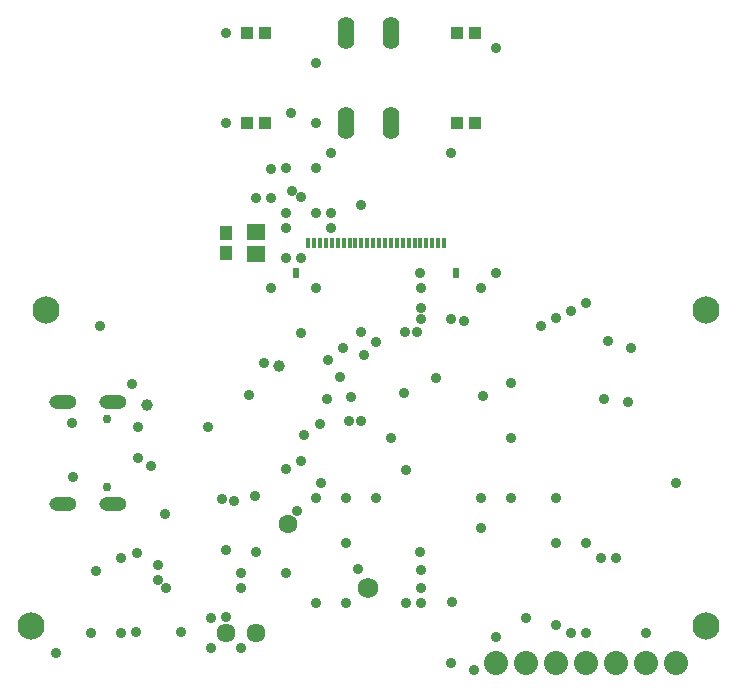
<source format=gbr>
G04*
G04 #@! TF.GenerationSoftware,Altium Limited,Altium Designer,26.1.1 (7)*
G04*
G04 Layer_Color=16711935*
%FSLAX44Y44*%
%MOMM*%
G71*
G04*
G04 #@! TF.SameCoordinates,FB23F88C-E865-406B-BE6F-A8DC1CEE19A6*
G04*
G04*
G04 #@! TF.FilePolarity,Negative*
G04*
G01*
G75*
%ADD43R,1.6017X1.3416*%
%ADD46R,1.1016X1.2017*%
G04:AMPARAMS|DCode=52|XSize=1.6017mm|YSize=1.6017mm|CornerRadius=0.8009mm|HoleSize=0mm|Usage=FLASHONLY|Rotation=0.000|XOffset=0mm|YOffset=0mm|HoleType=Round|Shape=RoundedRectangle|*
%AMROUNDEDRECTD52*
21,1,1.6017,0.0000,0,0,0.0*
21,1,0.0000,1.6017,0,0,0.0*
1,1,1.6017,0.0000,0.0000*
1,1,1.6017,0.0000,0.0000*
1,1,1.6017,0.0000,0.0000*
1,1,1.6017,0.0000,0.0000*
%
%ADD52ROUNDEDRECTD52*%
%ADD65C,1.7267*%
%ADD66C,2.0320*%
%ADD67O,1.4224X2.7432*%
%ADD68C,0.7516*%
%ADD69C,2.3015*%
%ADD70C,1.6096*%
%ADD71O,2.3175X1.2095*%
%ADD72C,0.9017*%
%ADD73C,0.9906*%
%ADD90R,0.4016X0.9017*%
%ADD91R,0.5017X0.9017*%
%ADD92R,1.0516X1.0516*%
D43*
X216351Y377800D02*
D03*
Y358800D02*
D03*
D46*
X190951Y359801D02*
D03*
Y376799D02*
D03*
D52*
X243021Y130302D02*
D03*
D65*
X310852Y76200D02*
D03*
D66*
X495751Y12700D02*
D03*
X571951D02*
D03*
X521151D02*
D03*
X546551D02*
D03*
X470351D02*
D03*
X444951D02*
D03*
X419551D02*
D03*
D67*
X292551Y469900D02*
D03*
Y546100D02*
D03*
X330651Y469900D02*
D03*
Y546100D02*
D03*
D68*
X89920Y219400D02*
D03*
Y161600D02*
D03*
D69*
X38551Y311150D02*
D03*
X25851Y43815D02*
D03*
X597351Y311150D02*
D03*
Y43815D02*
D03*
D70*
X215952Y38100D02*
D03*
X190951D02*
D03*
D71*
X94922Y233700D02*
D03*
Y147300D02*
D03*
X53121D02*
D03*
Y233700D02*
D03*
D72*
X80532Y90477D02*
D03*
X546551Y38100D02*
D03*
X279851Y393700D02*
D03*
X571951Y165100D02*
D03*
X470351Y152400D02*
D03*
X432251D02*
D03*
X406851D02*
D03*
X355670Y303784D02*
D03*
X391911Y302560D02*
D03*
X354870Y342900D02*
D03*
X514166Y285029D02*
D03*
X175711Y212725D02*
D03*
X277311Y269240D02*
D03*
X241751Y176530D02*
D03*
X197936Y149860D02*
D03*
X305251Y400241D02*
D03*
X229051Y406400D02*
D03*
X76651Y38100D02*
D03*
X133166Y95885D02*
D03*
X251276Y141605D02*
D03*
X256991Y205740D02*
D03*
X138881Y138430D02*
D03*
X60141Y215900D02*
D03*
X61411Y170180D02*
D03*
X270326Y215265D02*
D03*
X290011Y279400D02*
D03*
X317951Y284480D02*
D03*
X254451Y183515D02*
D03*
X187141Y151130D02*
D03*
X276676Y236220D02*
D03*
X270961Y165100D02*
D03*
X343351Y176339D02*
D03*
X432251Y203200D02*
D03*
X292551Y152400D02*
D03*
Y114300D02*
D03*
X267235Y152484D02*
D03*
X229051Y330200D02*
D03*
X216351Y406400D02*
D03*
X241751Y381000D02*
D03*
Y355600D02*
D03*
X279851Y444500D02*
D03*
X245952Y478399D02*
D03*
X302236Y91915D02*
D03*
X203651Y88900D02*
D03*
X216351Y106952D02*
D03*
X343351Y63500D02*
D03*
X203651Y75819D02*
D03*
X152851Y38679D02*
D03*
X178251Y50800D02*
D03*
X102051Y101600D02*
D03*
X381827Y63876D02*
D03*
X419551Y34862D02*
D03*
X381451Y12700D02*
D03*
X126915Y179169D02*
D03*
X408088Y238316D02*
D03*
X470351Y114300D02*
D03*
X483051Y38100D02*
D03*
X356051Y313563D02*
D03*
X296996Y238125D02*
D03*
X295091Y217170D02*
D03*
X368751Y254000D02*
D03*
X254451Y292100D02*
D03*
X457651Y297878D02*
D03*
X355371Y106680D02*
D03*
X531311Y233893D02*
D03*
X533851Y279400D02*
D03*
X406851Y330200D02*
D03*
X279851Y381000D02*
D03*
X419551Y342900D02*
D03*
X521151Y101600D02*
D03*
X342335Y292839D02*
D03*
X356051Y91740D02*
D03*
Y63500D02*
D03*
X241751Y393700D02*
D03*
X267151Y469900D02*
D03*
Y431800D02*
D03*
X228670Y431221D02*
D03*
X116021Y186588D02*
D03*
X432251Y249746D02*
D03*
X470351Y304419D02*
D03*
X495751Y317500D02*
D03*
Y114300D02*
D03*
Y38100D02*
D03*
X352114Y292839D02*
D03*
X380938Y304287D02*
D03*
X444951Y50800D02*
D03*
X292551Y63500D02*
D03*
X46626Y20775D02*
D03*
X400481Y6540D02*
D03*
X317951Y152400D02*
D03*
X406851Y127000D02*
D03*
X304809Y292542D02*
D03*
X341446Y241300D02*
D03*
X330651Y203200D02*
D03*
X267151Y63500D02*
D03*
X470351Y44640D02*
D03*
X508451Y101600D02*
D03*
X356051Y330200D02*
D03*
X483051Y310959D02*
D03*
X510991Y236220D02*
D03*
X287398Y255079D02*
D03*
X304870Y217170D02*
D03*
X307598Y273241D02*
D03*
X267151Y330200D02*
D03*
X190951Y51420D02*
D03*
Y108140D02*
D03*
X203651Y25400D02*
D03*
X178251D02*
D03*
X114751Y38679D02*
D03*
X140151Y76200D02*
D03*
X102051Y38100D02*
D03*
X133237Y83114D02*
D03*
X356051Y76200D02*
D03*
X241751Y88900D02*
D03*
X267151Y520700D02*
D03*
X190951Y469900D02*
D03*
Y546100D02*
D03*
X381451Y444500D02*
D03*
X419551Y533400D02*
D03*
X246399Y412560D02*
D03*
X241751Y431800D02*
D03*
X254451Y406781D02*
D03*
X267151Y393700D02*
D03*
X254451Y355600D02*
D03*
X84271Y297729D02*
D03*
X110941Y248920D02*
D03*
X116120Y212189D02*
D03*
X215081Y153670D02*
D03*
X223395Y266360D02*
D03*
X115386Y105410D02*
D03*
X210001Y239451D02*
D03*
D73*
X235274Y263779D02*
D03*
X123771Y231010D02*
D03*
D90*
X290451Y367949D02*
D03*
X325452D02*
D03*
X345452D02*
D03*
X355452D02*
D03*
X310451D02*
D03*
X265452D02*
D03*
X305452D02*
D03*
X330451D02*
D03*
X335452D02*
D03*
X280451D02*
D03*
X360451D02*
D03*
X285452D02*
D03*
X315452D02*
D03*
X365452D02*
D03*
X375452D02*
D03*
X320451D02*
D03*
X340451D02*
D03*
X300451D02*
D03*
X350451D02*
D03*
X370451D02*
D03*
X270451D02*
D03*
X295452D02*
D03*
X275452D02*
D03*
X260451D02*
D03*
D91*
X385452Y342951D02*
D03*
X250451D02*
D03*
D92*
X208851Y469900D02*
D03*
X223852D02*
D03*
X208851Y546100D02*
D03*
X223852D02*
D03*
X386651Y469900D02*
D03*
X401652D02*
D03*
X386651Y546100D02*
D03*
X401652D02*
D03*
M02*

</source>
